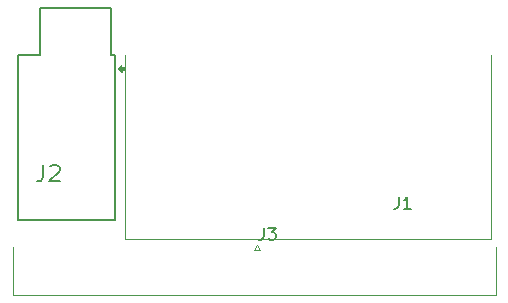
<source format=gto>
G04 #@! TF.GenerationSoftware,KiCad,Pcbnew,(5.1.0)-1*
G04 #@! TF.CreationDate,2019-06-20T12:19:29-04:00*
G04 #@! TF.ProjectId,HD15-to-SCART,48443135-2d74-46f2-9d53-434152542e6b,rev?*
G04 #@! TF.SameCoordinates,Original*
G04 #@! TF.FileFunction,Legend,Top*
G04 #@! TF.FilePolarity,Positive*
%FSLAX46Y46*%
G04 Gerber Fmt 4.6, Leading zero omitted, Abs format (unit mm)*
G04 Created by KiCad (PCBNEW (5.1.0)-1) date 2019-06-20 12:19:29*
%MOMM*%
%LPD*%
G04 APERTURE LIST*
%ADD10C,0.120000*%
%ADD11C,0.127000*%
%ADD12C,0.340000*%
%ADD13C,0.150000*%
G04 APERTURE END LIST*
D10*
X133221000Y-75660000D02*
X133221000Y-73120000D01*
X133221000Y-75660000D02*
X133221000Y-75723500D01*
X133221000Y-75723500D02*
X174115000Y-75723500D01*
X174115000Y-75723500D02*
X174115000Y-71659500D01*
X133221000Y-73120000D02*
X133221000Y-71659500D01*
D11*
X141840000Y-55380000D02*
X141840000Y-69380000D01*
X141840000Y-69380000D02*
X133640000Y-69380000D01*
X133640000Y-69380000D02*
X133640000Y-55380000D01*
X133640000Y-55380000D02*
X135540000Y-55380000D01*
X135540000Y-55380000D02*
X135540000Y-51380000D01*
X135540000Y-51380000D02*
X141540000Y-51380000D01*
X141540000Y-51380000D02*
X141540000Y-55380000D01*
X141540000Y-55380000D02*
X141840000Y-55380000D01*
D12*
X142610000Y-56580000D02*
G75*
G03X142610000Y-56580000I-170000J0D01*
G01*
D10*
X173724000Y-55372000D02*
X173724000Y-70982000D01*
X173724000Y-70982000D02*
X142754000Y-70982000D01*
X142754000Y-70982000D02*
X142754000Y-55372000D01*
X154174000Y-71876338D02*
X153674000Y-71876338D01*
X153674000Y-71876338D02*
X153924000Y-71443325D01*
X153924000Y-71443325D02*
X154174000Y-71876338D01*
D13*
X154477666Y-70032380D02*
X154477666Y-70746666D01*
X154430047Y-70889523D01*
X154334809Y-70984761D01*
X154191952Y-71032380D01*
X154096714Y-71032380D01*
X154858619Y-70032380D02*
X155477666Y-70032380D01*
X155144333Y-70413333D01*
X155287190Y-70413333D01*
X155382428Y-70460952D01*
X155430047Y-70508571D01*
X155477666Y-70603809D01*
X155477666Y-70841904D01*
X155430047Y-70937142D01*
X155382428Y-70984761D01*
X155287190Y-71032380D01*
X155001476Y-71032380D01*
X154906238Y-70984761D01*
X154858619Y-70937142D01*
X135776103Y-64702955D02*
X135776103Y-65703448D01*
X135709403Y-65903546D01*
X135576004Y-66036945D01*
X135375906Y-66103645D01*
X135242507Y-66103645D01*
X136376399Y-64836354D02*
X136443098Y-64769655D01*
X136576497Y-64702955D01*
X136909995Y-64702955D01*
X137043394Y-64769655D01*
X137110093Y-64836354D01*
X137176793Y-64969753D01*
X137176793Y-65103152D01*
X137110093Y-65303251D01*
X136309699Y-66103645D01*
X137176793Y-66103645D01*
X165892166Y-67397380D02*
X165892166Y-68111666D01*
X165844547Y-68254523D01*
X165749309Y-68349761D01*
X165606452Y-68397380D01*
X165511214Y-68397380D01*
X166892166Y-68397380D02*
X166320738Y-68397380D01*
X166606452Y-68397380D02*
X166606452Y-67397380D01*
X166511214Y-67540238D01*
X166415976Y-67635476D01*
X166320738Y-67683095D01*
M02*

</source>
